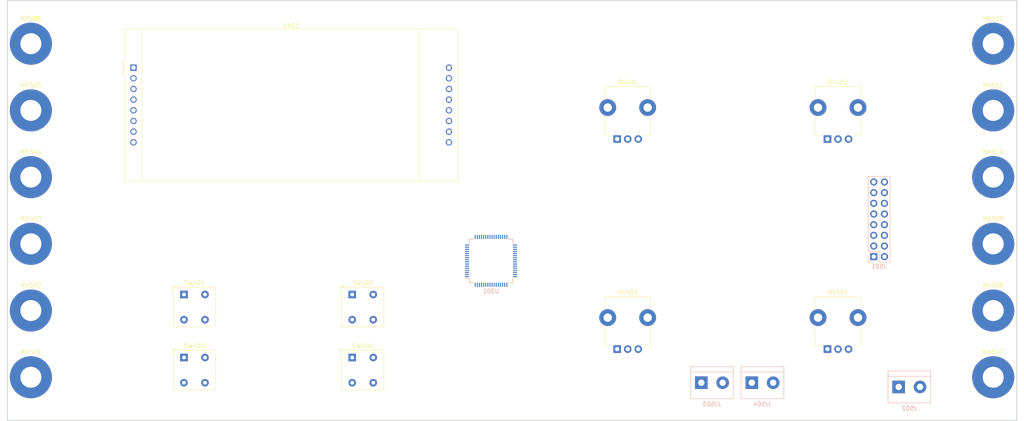
<source format=kicad_pcb>
(kicad_pcb (version 20171130) (host pcbnew "(2018-01-21 revision 81642dddd)-makepkg")

  (general
    (thickness 1.6)
    (drawings 4)
    (tracks 0)
    (zones 0)
    (modules 26)
    (nets 105)
  )

  (page A4)
  (layers
    (0 F.Cu signal)
    (31 B.Cu signal)
    (32 B.Adhes user)
    (33 F.Adhes user)
    (34 B.Paste user)
    (35 F.Paste user)
    (36 B.SilkS user)
    (37 F.SilkS user)
    (38 B.Mask user)
    (39 F.Mask user)
    (40 Dwgs.User user)
    (41 Cmts.User user)
    (42 Eco1.User user)
    (43 Eco2.User user)
    (44 Edge.Cuts user)
    (45 Margin user)
    (46 B.CrtYd user)
    (47 F.CrtYd user)
    (48 B.Fab user)
    (49 F.Fab user)
  )

  (setup
    (last_trace_width 0.25)
    (trace_clearance 0.2)
    (zone_clearance 0.508)
    (zone_45_only no)
    (trace_min 0.2)
    (segment_width 0.2)
    (edge_width 0.15)
    (via_size 0.8)
    (via_drill 0.4)
    (via_min_size 0.4)
    (via_min_drill 0.3)
    (uvia_size 0.3)
    (uvia_drill 0.1)
    (uvias_allowed no)
    (uvia_min_size 0.2)
    (uvia_min_drill 0.1)
    (pcb_text_width 0.3)
    (pcb_text_size 1.5 1.5)
    (mod_edge_width 0.15)
    (mod_text_size 1 1)
    (mod_text_width 0.15)
    (pad_size 1.524 1.524)
    (pad_drill 0.762)
    (pad_to_mask_clearance 0.2)
    (aux_axis_origin 0 0)
    (visible_elements 7FFFFFFF)
    (pcbplotparams
      (layerselection 0x010fc_ffffffff)
      (usegerberextensions false)
      (usegerberattributes false)
      (usegerberadvancedattributes false)
      (creategerberjobfile false)
      (excludeedgelayer true)
      (linewidth 0.100000)
      (plotframeref false)
      (viasonmask false)
      (mode 1)
      (useauxorigin false)
      (hpglpennumber 1)
      (hpglpenspeed 20)
      (hpglpendiameter 15)
      (psnegative false)
      (psa4output false)
      (plotreference true)
      (plotvalue true)
      (plotinvisibletext false)
      (padsonsilk false)
      (subtractmaskfromsilk false)
      (outputformat 1)
      (mirror false)
      (drillshape 1)
      (scaleselection 1)
      (outputdirectory ""))
  )

  (net 0 "")
  (net 1 /Connectors/GNDPWR)
  (net 2 /Connectors/+24V)
  (net 3 /Connectors/+3V3)
  (net 4 /Connectors/Spark_Voltage_0)
  (net 5 /Connectors/GND)
  (net 6 /Connectors/Spark_Voltage_1)
  (net 7 /Connectors/Spark_Voltage_2)
  (net 8 /Connectors/Spark_Voltage_Status)
  (net 9 /Connectors/Output_250V_Enable)
  (net 10 /Connectors/Output_20V_Enable)
  (net 11 /Connectors/Short_Circuit)
  (net 12 /Connectors/Breakdown)
  (net 13 /Connectors/Stepper_DIR)
  (net 14 /Connectors/Stepper_PUL)
  (net 15 /Connectors/Stepper_+5V)
  (net 16 /Connectors/Stepper_EN)
  (net 17 GND)
  (net 18 "/User Interface/POT_4")
  (net 19 +3V3)
  (net 20 "/User Interface/POT_3")
  (net 21 "/User Interface/POT_2")
  (net 22 "/User Interface/POT_1")
  (net 23 "Net-(U301-Pad1)")
  (net 24 "Net-(U301-Pad2)")
  (net 25 "Net-(U301-Pad3)")
  (net 26 "Net-(U301-Pad4)")
  (net 27 "Net-(U301-Pad5)")
  (net 28 "Net-(U301-Pad6)")
  (net 29 "Net-(U301-Pad7)")
  (net 30 "Net-(U301-Pad8)")
  (net 31 "Net-(U301-Pad9)")
  (net 32 "Net-(U301-Pad10)")
  (net 33 "Net-(U301-Pad11)")
  (net 34 "Net-(U301-Pad12)")
  (net 35 "Net-(U301-Pad13)")
  (net 36 "Net-(U301-Pad14)")
  (net 37 "Net-(U301-Pad15)")
  (net 38 "Net-(U301-Pad16)")
  (net 39 "Net-(U301-Pad17)")
  (net 40 "Net-(U301-Pad18)")
  (net 41 "Net-(U301-Pad19)")
  (net 42 "Net-(U301-Pad20)")
  (net 43 "Net-(U301-Pad21)")
  (net 44 "Net-(U301-Pad22)")
  (net 45 "Net-(U301-Pad23)")
  (net 46 "Net-(U301-Pad24)")
  (net 47 "Net-(U301-Pad25)")
  (net 48 "Net-(U301-Pad26)")
  (net 49 "Net-(U301-Pad27)")
  (net 50 "Net-(U301-Pad28)")
  (net 51 "Net-(U301-Pad29)")
  (net 52 "Net-(U301-Pad30)")
  (net 53 "Net-(U301-Pad31)")
  (net 54 "Net-(U301-Pad32)")
  (net 55 "Net-(U301-Pad33)")
  (net 56 "Net-(U301-Pad34)")
  (net 57 "Net-(U301-Pad35)")
  (net 58 "Net-(U301-Pad36)")
  (net 59 "Net-(U301-Pad37)")
  (net 60 "Net-(U301-Pad38)")
  (net 61 "Net-(U301-Pad39)")
  (net 62 "Net-(U301-Pad40)")
  (net 63 "Net-(U301-Pad41)")
  (net 64 "Net-(U301-Pad42)")
  (net 65 "Net-(U301-Pad43)")
  (net 66 "Net-(U301-Pad44)")
  (net 67 "Net-(U301-Pad45)")
  (net 68 "Net-(U301-Pad46)")
  (net 69 "Net-(U301-Pad47)")
  (net 70 "Net-(U301-Pad48)")
  (net 71 "Net-(U301-Pad49)")
  (net 72 "Net-(U301-Pad50)")
  (net 73 "Net-(U301-Pad51)")
  (net 74 "Net-(U301-Pad52)")
  (net 75 "Net-(U301-Pad53)")
  (net 76 "Net-(U301-Pad54)")
  (net 77 "Net-(U301-Pad55)")
  (net 78 "Net-(U301-Pad56)")
  (net 79 "Net-(U301-Pad57)")
  (net 80 "Net-(U301-Pad58)")
  (net 81 "Net-(U301-Pad59)")
  (net 82 "Net-(U301-Pad60)")
  (net 83 "Net-(U301-Pad61)")
  (net 84 "Net-(U301-Pad62)")
  (net 85 "Net-(U301-Pad63)")
  (net 86 "Net-(U301-Pad64)")
  (net 87 "/User Interface/LCD_V0")
  (net 88 "/User Interface/LCD_RS")
  (net 89 "/User Interface/LCD_RW")
  (net 90 "/User Interface/LCD_E")
  (net 91 "/User Interface/LCD_DB0")
  (net 92 "/User Interface/LCD_DB1")
  (net 93 "/User Interface/LCD_DB3")
  (net 94 "/User Interface/LCD_DB4")
  (net 95 "/User Interface/LCD_DB5")
  (net 96 "/User Interface/LCD_DB6")
  (net 97 "/User Interface/LCD_DB7")
  (net 98 "/User Interface/LCD_DB2")
  (net 99 "/User Interface/LCD_K")
  (net 100 "/User Interface/LCD_A")
  (net 101 "/User Interface/SW_1")
  (net 102 "/User Interface/SW_2")
  (net 103 "/User Interface/SW_3")
  (net 104 "/User Interface/SW_4")

  (net_class Default "This is the default net class."
    (clearance 0.2)
    (trace_width 0.25)
    (via_dia 0.8)
    (via_drill 0.4)
    (uvia_dia 0.3)
    (uvia_drill 0.1)
    (add_net +3V3)
    (add_net /Connectors/+24V)
    (add_net /Connectors/+3V3)
    (add_net /Connectors/Breakdown)
    (add_net /Connectors/GND)
    (add_net /Connectors/GNDPWR)
    (add_net /Connectors/Output_20V_Enable)
    (add_net /Connectors/Output_250V_Enable)
    (add_net /Connectors/Short_Circuit)
    (add_net /Connectors/Spark_Voltage_0)
    (add_net /Connectors/Spark_Voltage_1)
    (add_net /Connectors/Spark_Voltage_2)
    (add_net /Connectors/Spark_Voltage_Status)
    (add_net /Connectors/Stepper_+5V)
    (add_net /Connectors/Stepper_DIR)
    (add_net /Connectors/Stepper_EN)
    (add_net /Connectors/Stepper_PUL)
    (add_net "/User Interface/LCD_A")
    (add_net "/User Interface/LCD_DB0")
    (add_net "/User Interface/LCD_DB1")
    (add_net "/User Interface/LCD_DB2")
    (add_net "/User Interface/LCD_DB3")
    (add_net "/User Interface/LCD_DB4")
    (add_net "/User Interface/LCD_DB5")
    (add_net "/User Interface/LCD_DB6")
    (add_net "/User Interface/LCD_DB7")
    (add_net "/User Interface/LCD_E")
    (add_net "/User Interface/LCD_K")
    (add_net "/User Interface/LCD_RS")
    (add_net "/User Interface/LCD_RW")
    (add_net "/User Interface/LCD_V0")
    (add_net "/User Interface/POT_1")
    (add_net "/User Interface/POT_2")
    (add_net "/User Interface/POT_3")
    (add_net "/User Interface/POT_4")
    (add_net "/User Interface/SW_1")
    (add_net "/User Interface/SW_2")
    (add_net "/User Interface/SW_3")
    (add_net "/User Interface/SW_4")
    (add_net GND)
    (add_net "Net-(U301-Pad1)")
    (add_net "Net-(U301-Pad10)")
    (add_net "Net-(U301-Pad11)")
    (add_net "Net-(U301-Pad12)")
    (add_net "Net-(U301-Pad13)")
    (add_net "Net-(U301-Pad14)")
    (add_net "Net-(U301-Pad15)")
    (add_net "Net-(U301-Pad16)")
    (add_net "Net-(U301-Pad17)")
    (add_net "Net-(U301-Pad18)")
    (add_net "Net-(U301-Pad19)")
    (add_net "Net-(U301-Pad2)")
    (add_net "Net-(U301-Pad20)")
    (add_net "Net-(U301-Pad21)")
    (add_net "Net-(U301-Pad22)")
    (add_net "Net-(U301-Pad23)")
    (add_net "Net-(U301-Pad24)")
    (add_net "Net-(U301-Pad25)")
    (add_net "Net-(U301-Pad26)")
    (add_net "Net-(U301-Pad27)")
    (add_net "Net-(U301-Pad28)")
    (add_net "Net-(U301-Pad29)")
    (add_net "Net-(U301-Pad3)")
    (add_net "Net-(U301-Pad30)")
    (add_net "Net-(U301-Pad31)")
    (add_net "Net-(U301-Pad32)")
    (add_net "Net-(U301-Pad33)")
    (add_net "Net-(U301-Pad34)")
    (add_net "Net-(U301-Pad35)")
    (add_net "Net-(U301-Pad36)")
    (add_net "Net-(U301-Pad37)")
    (add_net "Net-(U301-Pad38)")
    (add_net "Net-(U301-Pad39)")
    (add_net "Net-(U301-Pad4)")
    (add_net "Net-(U301-Pad40)")
    (add_net "Net-(U301-Pad41)")
    (add_net "Net-(U301-Pad42)")
    (add_net "Net-(U301-Pad43)")
    (add_net "Net-(U301-Pad44)")
    (add_net "Net-(U301-Pad45)")
    (add_net "Net-(U301-Pad46)")
    (add_net "Net-(U301-Pad47)")
    (add_net "Net-(U301-Pad48)")
    (add_net "Net-(U301-Pad49)")
    (add_net "Net-(U301-Pad5)")
    (add_net "Net-(U301-Pad50)")
    (add_net "Net-(U301-Pad51)")
    (add_net "Net-(U301-Pad52)")
    (add_net "Net-(U301-Pad53)")
    (add_net "Net-(U301-Pad54)")
    (add_net "Net-(U301-Pad55)")
    (add_net "Net-(U301-Pad56)")
    (add_net "Net-(U301-Pad57)")
    (add_net "Net-(U301-Pad58)")
    (add_net "Net-(U301-Pad59)")
    (add_net "Net-(U301-Pad6)")
    (add_net "Net-(U301-Pad60)")
    (add_net "Net-(U301-Pad61)")
    (add_net "Net-(U301-Pad62)")
    (add_net "Net-(U301-Pad63)")
    (add_net "Net-(U301-Pad64)")
    (add_net "Net-(U301-Pad7)")
    (add_net "Net-(U301-Pad8)")
    (add_net "Net-(U301-Pad9)")
  )

  (module Package_QFP:LQFP-64_10x10mm_P0.5mm (layer B.Cu) (tedit 5A02F146) (tstamp 5A87B9D1)
    (at 115 -38)
    (descr "64 LEAD LQFP 10x10mm (see MICREL LQFP10x10-64LD-PL-1.pdf)")
    (tags "QFP 0.5")
    (path /5A95285C/5A8A1ADB)
    (attr smd)
    (fp_text reference U301 (at 0 7.2) (layer B.SilkS)
      (effects (font (size 1 1) (thickness 0.15)) (justify mirror))
    )
    (fp_text value STM32F722RETx (at 0 -7.2) (layer B.Fab)
      (effects (font (size 1 1) (thickness 0.15)) (justify mirror))
    )
    (fp_text user %R (at 0 0) (layer B.Fab)
      (effects (font (size 1 1) (thickness 0.15)) (justify mirror))
    )
    (fp_line (start -4 5) (end 5 5) (layer B.Fab) (width 0.15))
    (fp_line (start 5 5) (end 5 -5) (layer B.Fab) (width 0.15))
    (fp_line (start 5 -5) (end -5 -5) (layer B.Fab) (width 0.15))
    (fp_line (start -5 -5) (end -5 4) (layer B.Fab) (width 0.15))
    (fp_line (start -5 4) (end -4 5) (layer B.Fab) (width 0.15))
    (fp_line (start -6.45 6.45) (end -6.45 -6.45) (layer B.CrtYd) (width 0.05))
    (fp_line (start 6.45 6.45) (end 6.45 -6.45) (layer B.CrtYd) (width 0.05))
    (fp_line (start -6.45 6.45) (end 6.45 6.45) (layer B.CrtYd) (width 0.05))
    (fp_line (start -6.45 -6.45) (end 6.45 -6.45) (layer B.CrtYd) (width 0.05))
    (fp_line (start -5.175 5.175) (end -5.175 4.175) (layer B.SilkS) (width 0.15))
    (fp_line (start 5.175 5.175) (end 5.175 4.1) (layer B.SilkS) (width 0.15))
    (fp_line (start 5.175 -5.175) (end 5.175 -4.1) (layer B.SilkS) (width 0.15))
    (fp_line (start -5.175 -5.175) (end -5.175 -4.1) (layer B.SilkS) (width 0.15))
    (fp_line (start -5.175 5.175) (end -4.1 5.175) (layer B.SilkS) (width 0.15))
    (fp_line (start -5.175 -5.175) (end -4.1 -5.175) (layer B.SilkS) (width 0.15))
    (fp_line (start 5.175 -5.175) (end 4.1 -5.175) (layer B.SilkS) (width 0.15))
    (fp_line (start 5.175 5.175) (end 4.1 5.175) (layer B.SilkS) (width 0.15))
    (fp_line (start -5.175 4.175) (end -6.2 4.175) (layer B.SilkS) (width 0.15))
    (pad 1 smd rect (at -5.7 3.75) (size 1 0.25) (layers B.Cu B.Paste B.Mask)
      (net 23 "Net-(U301-Pad1)"))
    (pad 2 smd rect (at -5.7 3.25) (size 1 0.25) (layers B.Cu B.Paste B.Mask)
      (net 24 "Net-(U301-Pad2)"))
    (pad 3 smd rect (at -5.7 2.75) (size 1 0.25) (layers B.Cu B.Paste B.Mask)
      (net 25 "Net-(U301-Pad3)"))
    (pad 4 smd rect (at -5.7 2.25) (size 1 0.25) (layers B.Cu B.Paste B.Mask)
      (net 26 "Net-(U301-Pad4)"))
    (pad 5 smd rect (at -5.7 1.75) (size 1 0.25) (layers B.Cu B.Paste B.Mask)
      (net 27 "Net-(U301-Pad5)"))
    (pad 6 smd rect (at -5.7 1.25) (size 1 0.25) (layers B.Cu B.Paste B.Mask)
      (net 28 "Net-(U301-Pad6)"))
    (pad 7 smd rect (at -5.7 0.75) (size 1 0.25) (layers B.Cu B.Paste B.Mask)
      (net 29 "Net-(U301-Pad7)"))
    (pad 8 smd rect (at -5.7 0.25) (size 1 0.25) (layers B.Cu B.Paste B.Mask)
      (net 30 "Net-(U301-Pad8)"))
    (pad 9 smd rect (at -5.7 -0.25) (size 1 0.25) (layers B.Cu B.Paste B.Mask)
      (net 31 "Net-(U301-Pad9)"))
    (pad 10 smd rect (at -5.7 -0.75) (size 1 0.25) (layers B.Cu B.Paste B.Mask)
      (net 32 "Net-(U301-Pad10)"))
    (pad 11 smd rect (at -5.7 -1.25) (size 1 0.25) (layers B.Cu B.Paste B.Mask)
      (net 33 "Net-(U301-Pad11)"))
    (pad 12 smd rect (at -5.7 -1.75) (size 1 0.25) (layers B.Cu B.Paste B.Mask)
      (net 34 "Net-(U301-Pad12)"))
    (pad 13 smd rect (at -5.7 -2.25) (size 1 0.25) (layers B.Cu B.Paste B.Mask)
      (net 35 "Net-(U301-Pad13)"))
    (pad 14 smd rect (at -5.7 -2.75) (size 1 0.25) (layers B.Cu B.Paste B.Mask)
      (net 36 "Net-(U301-Pad14)"))
    (pad 15 smd rect (at -5.7 -3.25) (size 1 0.25) (layers B.Cu B.Paste B.Mask)
      (net 37 "Net-(U301-Pad15)"))
    (pad 16 smd rect (at -5.7 -3.75) (size 1 0.25) (layers B.Cu B.Paste B.Mask)
      (net 38 "Net-(U301-Pad16)"))
    (pad 17 smd rect (at -3.75 -5.7 270) (size 1 0.25) (layers B.Cu B.Paste B.Mask)
      (net 39 "Net-(U301-Pad17)"))
    (pad 18 smd rect (at -3.25 -5.7 270) (size 1 0.25) (layers B.Cu B.Paste B.Mask)
      (net 40 "Net-(U301-Pad18)"))
    (pad 19 smd rect (at -2.75 -5.7 270) (size 1 0.25) (layers B.Cu B.Paste B.Mask)
      (net 41 "Net-(U301-Pad19)"))
    (pad 20 smd rect (at -2.25 -5.7 270) (size 1 0.25) (layers B.Cu B.Paste B.Mask)
      (net 42 "Net-(U301-Pad20)"))
    (pad 21 smd rect (at -1.75 -5.7 270) (size 1 0.25) (layers B.Cu B.Paste B.Mask)
      (net 43 "Net-(U301-Pad21)"))
    (pad 22 smd rect (at -1.25 -5.7 270) (size 1 0.25) (layers B.Cu B.Paste B.Mask)
      (net 44 "Net-(U301-Pad22)"))
    (pad 23 smd rect (at -0.75 -5.7 270) (size 1 0.25) (layers B.Cu B.Paste B.Mask)
      (net 45 "Net-(U301-Pad23)"))
    (pad 24 smd rect (at -0.25 -5.7 270) (size 1 0.25) (layers B.Cu B.Paste B.Mask)
      (net 46 "Net-(U301-Pad24)"))
    (pad 25 smd rect (at 0.25 -5.7 270) (size 1 0.25) (layers B.Cu B.Paste B.Mask)
      (net 47 "Net-(U301-Pad25)"))
    (pad 26 smd rect (at 0.75 -5.7 270) (size 1 0.25) (layers B.Cu B.Paste B.Mask)
      (net 48 "Net-(U301-Pad26)"))
    (pad 27 smd rect (at 1.25 -5.7 270) (size 1 0.25) (layers B.Cu B.Paste B.Mask)
      (net 49 "Net-(U301-Pad27)"))
    (pad 28 smd rect (at 1.75 -5.7 270) (size 1 0.25) (layers B.Cu B.Paste B.Mask)
      (net 50 "Net-(U301-Pad28)"))
    (pad 29 smd rect (at 2.25 -5.7 270) (size 1 0.25) (layers B.Cu B.Paste B.Mask)
      (net 51 "Net-(U301-Pad29)"))
    (pad 30 smd rect (at 2.75 -5.7 270) (size 1 0.25) (layers B.Cu B.Paste B.Mask)
      (net 52 "Net-(U301-Pad30)"))
    (pad 31 smd rect (at 3.25 -5.7 270) (size 1 0.25) (layers B.Cu B.Paste B.Mask)
      (net 53 "Net-(U301-Pad31)"))
    (pad 32 smd rect (at 3.75 -5.7 270) (size 1 0.25) (layers B.Cu B.Paste B.Mask)
      (net 54 "Net-(U301-Pad32)"))
    (pad 33 smd rect (at 5.7 -3.75) (size 1 0.25) (layers B.Cu B.Paste B.Mask)
      (net 55 "Net-(U301-Pad33)"))
    (pad 34 smd rect (at 5.7 -3.25) (size 1 0.25) (layers B.Cu B.Paste B.Mask)
      (net 56 "Net-(U301-Pad34)"))
    (pad 35 smd rect (at 5.7 -2.75) (size 1 0.25) (layers B.Cu B.Paste B.Mask)
      (net 57 "Net-(U301-Pad35)"))
    (pad 36 smd rect (at 5.7 -2.25) (size 1 0.25) (layers B.Cu B.Paste B.Mask)
      (net 58 "Net-(U301-Pad36)"))
    (pad 37 smd rect (at 5.7 -1.75) (size 1 0.25) (layers B.Cu B.Paste B.Mask)
      (net 59 "Net-(U301-Pad37)"))
    (pad 38 smd rect (at 5.7 -1.25) (size 1 0.25) (layers B.Cu B.Paste B.Mask)
      (net 60 "Net-(U301-Pad38)"))
    (pad 39 smd rect (at 5.7 -0.75) (size 1 0.25) (layers B.Cu B.Paste B.Mask)
      (net 61 "Net-(U301-Pad39)"))
    (pad 40 smd rect (at 5.7 -0.25) (size 1 0.25) (layers B.Cu B.Paste B.Mask)
      (net 62 "Net-(U301-Pad40)"))
    (pad 41 smd rect (at 5.7 0.25) (size 1 0.25) (layers B.Cu B.Paste B.Mask)
      (net 63 "Net-(U301-Pad41)"))
    (pad 42 smd rect (at 5.7 0.75) (size 1 0.25) (layers B.Cu B.Paste B.Mask)
      (net 64 "Net-(U301-Pad42)"))
    (pad 43 smd rect (at 5.7 1.25) (size 1 0.25) (layers B.Cu B.Paste B.Mask)
      (net 65 "Net-(U301-Pad43)"))
    (pad 44 smd rect (at 5.7 1.75) (size 1 0.25) (layers B.Cu B.Paste B.Mask)
      (net 66 "Net-(U301-Pad44)"))
    (pad 45 smd rect (at 5.7 2.25) (size 1 0.25) (layers B.Cu B.Paste B.Mask)
      (net 67 "Net-(U301-Pad45)"))
    (pad 46 smd rect (at 5.7 2.75) (size 1 0.25) (layers B.Cu B.Paste B.Mask)
      (net 68 "Net-(U301-Pad46)"))
    (pad 47 smd rect (at 5.7 3.25) (size 1 0.25) (layers B.Cu B.Paste B.Mask)
      (net 69 "Net-(U301-Pad47)"))
    (pad 48 smd rect (at 5.7 3.75) (size 1 0.25) (layers B.Cu B.Paste B.Mask)
      (net 70 "Net-(U301-Pad48)"))
    (pad 49 smd rect (at 3.75 5.7 270) (size 1 0.25) (layers B.Cu B.Paste B.Mask)
      (net 71 "Net-(U301-Pad49)"))
    (pad 50 smd rect (at 3.25 5.7 270) (size 1 0.25) (layers B.Cu B.Paste B.Mask)
      (net 72 "Net-(U301-Pad50)"))
    (pad 51 smd rect (at 2.75 5.7 270) (size 1 0.25) (layers B.Cu B.Paste B.Mask)
      (net 73 "Net-(U301-Pad51)"))
    (pad 52 smd rect (at 2.25 5.7 270) (size 1 0.25) (layers B.Cu B.Paste B.Mask)
      (net 74 "Net-(U301-Pad52)"))
    (pad 53 smd rect (at 1.75 5.7 270) (size 1 0.25) (layers B.Cu B.Paste B.Mask)
      (net 75 "Net-(U301-Pad53)"))
    (pad 54 smd rect (at 1.25 5.7 270) (size 1 0.25) (layers B.Cu B.Paste B.Mask)
      (net 76 "Net-(U301-Pad54)"))
    (pad 55 smd rect (at 0.75 5.7 270) (size 1 0.25) (layers B.Cu B.Paste B.Mask)
      (net 77 "Net-(U301-Pad55)"))
    (pad 56 smd rect (at 0.25 5.7 270) (size 1 0.25) (layers B.Cu B.Paste B.Mask)
      (net 78 "Net-(U301-Pad56)"))
    (pad 57 smd rect (at -0.25 5.7 270) (size 1 0.25) (layers B.Cu B.Paste B.Mask)
      (net 79 "Net-(U301-Pad57)"))
    (pad 58 smd rect (at -0.75 5.7 270) (size 1 0.25) (layers B.Cu B.Paste B.Mask)
      (net 80 "Net-(U301-Pad58)"))
    (pad 59 smd rect (at -1.25 5.7 270) (size 1 0.25) (layers B.Cu B.Paste B.Mask)
      (net 81 "Net-(U301-Pad59)"))
    (pad 60 smd rect (at -1.75 5.7 270) (size 1 0.25) (layers B.Cu B.Paste B.Mask)
      (net 82 "Net-(U301-Pad60)"))
    (pad 61 smd rect (at -2.25 5.7 270) (size 1 0.25) (layers B.Cu B.Paste B.Mask)
      (net 83 "Net-(U301-Pad61)"))
    (pad 62 smd rect (at -2.75 5.7 270) (size 1 0.25) (layers B.Cu B.Paste B.Mask)
      (net 84 "Net-(U301-Pad62)"))
    (pad 63 smd rect (at -3.25 5.7 270) (size 1 0.25) (layers B.Cu B.Paste B.Mask)
      (net 85 "Net-(U301-Pad63)"))
    (pad 64 smd rect (at -3.75 5.7 270) (size 1 0.25) (layers B.Cu B.Paste B.Mask)
      (net 86 "Net-(U301-Pad64)"))
    (model ${KISYS3DMOD}/Package_QFP.3dshapes/LQFP-64_10x10mm_P0.5mm.wrl
      (at (xyz 0 0 0))
      (scale (xyz 1 1 1))
      (rotate (xyz 0 0 0))
    )
  )

  (module Button_Switch_THT:SW_PUSH_CK_PVA1 (layer F.Cu) (tedit 5A873D11) (tstamp 5A87AB22)
    (at 82 -15)
    (descr "tactile push button, C&K PVA1 https://www.ckswitches.com/media/1343/pva.pdf")
    (tags "tact sw push PVA1")
    (path /5A95285F/5A8935EB)
    (fp_text reference SW404 (at 2.5 -2.75) (layer F.SilkS)
      (effects (font (size 1 1) (thickness 0.15)))
    )
    (fp_text value SW_Push (at 2.5 9) (layer F.Fab)
      (effects (font (size 1 1) (thickness 0.15)))
    )
    (fp_line (start -1.77 -1.97) (end -2.77 -1.97) (layer F.SilkS) (width 0.12))
    (fp_line (start -2.4 -0.6) (end -1.4 -1.6) (layer F.Fab) (width 0.1))
    (fp_line (start -2.77 -0.97) (end -2.77 -1.97) (layer F.SilkS) (width 0.12))
    (fp_line (start -2.65 7.85) (end 7.65 7.85) (layer F.CrtYd) (width 0.05))
    (fp_line (start -2.52 7.72) (end -2.52 -1.72) (layer F.SilkS) (width 0.12))
    (fp_line (start 7.52 7.72) (end -2.52 7.72) (layer F.SilkS) (width 0.12))
    (fp_line (start 7.52 7.72) (end 7.52 -1.72) (layer F.SilkS) (width 0.12))
    (fp_line (start 7.52 -1.72) (end -2.52 -1.72) (layer F.SilkS) (width 0.12))
    (fp_line (start 7.65 -1.85) (end 7.65 7.85) (layer F.CrtYd) (width 0.05))
    (fp_line (start -2.65 7.85) (end -2.65 -1.85) (layer F.CrtYd) (width 0.05))
    (fp_line (start -2.65 -1.85) (end 7.65 -1.85) (layer F.CrtYd) (width 0.05))
    (fp_line (start -1.4 -1.6) (end 7.4 -1.6) (layer F.Fab) (width 0.1))
    (fp_line (start -2.4 7.6) (end -2.4 -0.6) (layer F.Fab) (width 0.1))
    (fp_line (start 7.4 7.6) (end -2.4 7.6) (layer F.Fab) (width 0.1))
    (fp_line (start 7.4 -1.6) (end 7.4 7.6) (layer F.Fab) (width 0.1))
    (fp_text user %R (at 2.5 3) (layer F.Fab)
      (effects (font (size 1 1) (thickness 0.15)))
    )
    (pad 2 thru_hole circle (at 5 0 90) (size 1.8 1.8) (drill 0.9) (layers *.Cu *.Mask)
      (net 17 GND))
    (pad 4 thru_hole circle (at 5 6 90) (size 1.8 1.8) (drill 0.9) (layers *.Cu *.Mask))
    (pad 1 thru_hole rect (at 0 0 90) (size 1.8 1.8) (drill 0.9) (layers *.Cu *.Mask)
      (net 104 "/User Interface/SW_4"))
    (pad 3 thru_hole circle (at 0 6 90) (size 1.8 1.8) (drill 0.9) (layers *.Cu *.Mask))
    (model ${KISYS3DMOD}/Button_Switch_THT.3dshapes/SW_PUSH_CK_PVA1.wrl
      (offset (xyz 2.5 -3 9))
      (scale (xyz 1 1 1))
      (rotate (xyz 0 0 0))
    )
  )

  (module Button_Switch_THT:SW_PUSH_CK_PVA1 (layer F.Cu) (tedit 5A873D11) (tstamp 5A87AB0A)
    (at 42 -15)
    (descr "tactile push button, C&K PVA1 https://www.ckswitches.com/media/1343/pva.pdf")
    (tags "tact sw push PVA1")
    (path /5A95285F/5A893559)
    (fp_text reference SW403 (at 2.5 -2.75) (layer F.SilkS)
      (effects (font (size 1 1) (thickness 0.15)))
    )
    (fp_text value SW_Push (at 2.5 9) (layer F.Fab)
      (effects (font (size 1 1) (thickness 0.15)))
    )
    (fp_text user %R (at 2.5 3) (layer F.Fab)
      (effects (font (size 1 1) (thickness 0.15)))
    )
    (fp_line (start 7.4 -1.6) (end 7.4 7.6) (layer F.Fab) (width 0.1))
    (fp_line (start 7.4 7.6) (end -2.4 7.6) (layer F.Fab) (width 0.1))
    (fp_line (start -2.4 7.6) (end -2.4 -0.6) (layer F.Fab) (width 0.1))
    (fp_line (start -1.4 -1.6) (end 7.4 -1.6) (layer F.Fab) (width 0.1))
    (fp_line (start -2.65 -1.85) (end 7.65 -1.85) (layer F.CrtYd) (width 0.05))
    (fp_line (start -2.65 7.85) (end -2.65 -1.85) (layer F.CrtYd) (width 0.05))
    (fp_line (start 7.65 -1.85) (end 7.65 7.85) (layer F.CrtYd) (width 0.05))
    (fp_line (start 7.52 -1.72) (end -2.52 -1.72) (layer F.SilkS) (width 0.12))
    (fp_line (start 7.52 7.72) (end 7.52 -1.72) (layer F.SilkS) (width 0.12))
    (fp_line (start 7.52 7.72) (end -2.52 7.72) (layer F.SilkS) (width 0.12))
    (fp_line (start -2.52 7.72) (end -2.52 -1.72) (layer F.SilkS) (width 0.12))
    (fp_line (start -2.65 7.85) (end 7.65 7.85) (layer F.CrtYd) (width 0.05))
    (fp_line (start -2.77 -0.97) (end -2.77 -1.97) (layer F.SilkS) (width 0.12))
    (fp_line (start -2.4 -0.6) (end -1.4 -1.6) (layer F.Fab) (width 0.1))
    (fp_line (start -1.77 -1.97) (end -2.77 -1.97) (layer F.SilkS) (width 0.12))
    (pad 3 thru_hole circle (at 0 6 90) (size 1.8 1.8) (drill 0.9) (layers *.Cu *.Mask))
    (pad 1 thru_hole rect (at 0 0 90) (size 1.8 1.8) (drill 0.9) (layers *.Cu *.Mask)
      (net 103 "/User Interface/SW_3"))
    (pad 4 thru_hole circle (at 5 6 90) (size 1.8 1.8) (drill 0.9) (layers *.Cu *.Mask))
    (pad 2 thru_hole circle (at 5 0 90) (size 1.8 1.8) (drill 0.9) (layers *.Cu *.Mask)
      (net 17 GND))
    (model ${KISYS3DMOD}/Button_Switch_THT.3dshapes/SW_PUSH_CK_PVA1.wrl
      (offset (xyz 2.5 -3 9))
      (scale (xyz 1 1 1))
      (rotate (xyz 0 0 0))
    )
  )

  (module Button_Switch_THT:SW_PUSH_CK_PVA1 (layer F.Cu) (tedit 5A873D11) (tstamp 5A87AAF2)
    (at 82 -30)
    (descr "tactile push button, C&K PVA1 https://www.ckswitches.com/media/1343/pva.pdf")
    (tags "tact sw push PVA1")
    (path /5A95285F/5A8935E5)
    (fp_text reference SW402 (at 2.5 -2.75) (layer F.SilkS)
      (effects (font (size 1 1) (thickness 0.15)))
    )
    (fp_text value SW_Push (at 2.5 9) (layer F.Fab)
      (effects (font (size 1 1) (thickness 0.15)))
    )
    (fp_line (start -1.77 -1.97) (end -2.77 -1.97) (layer F.SilkS) (width 0.12))
    (fp_line (start -2.4 -0.6) (end -1.4 -1.6) (layer F.Fab) (width 0.1))
    (fp_line (start -2.77 -0.97) (end -2.77 -1.97) (layer F.SilkS) (width 0.12))
    (fp_line (start -2.65 7.85) (end 7.65 7.85) (layer F.CrtYd) (width 0.05))
    (fp_line (start -2.52 7.72) (end -2.52 -1.72) (layer F.SilkS) (width 0.12))
    (fp_line (start 7.52 7.72) (end -2.52 7.72) (layer F.SilkS) (width 0.12))
    (fp_line (start 7.52 7.72) (end 7.52 -1.72) (layer F.SilkS) (width 0.12))
    (fp_line (start 7.52 -1.72) (end -2.52 -1.72) (layer F.SilkS) (width 0.12))
    (fp_line (start 7.65 -1.85) (end 7.65 7.85) (layer F.CrtYd) (width 0.05))
    (fp_line (start -2.65 7.85) (end -2.65 -1.85) (layer F.CrtYd) (width 0.05))
    (fp_line (start -2.65 -1.85) (end 7.65 -1.85) (layer F.CrtYd) (width 0.05))
    (fp_line (start -1.4 -1.6) (end 7.4 -1.6) (layer F.Fab) (width 0.1))
    (fp_line (start -2.4 7.6) (end -2.4 -0.6) (layer F.Fab) (width 0.1))
    (fp_line (start 7.4 7.6) (end -2.4 7.6) (layer F.Fab) (width 0.1))
    (fp_line (start 7.4 -1.6) (end 7.4 7.6) (layer F.Fab) (width 0.1))
    (fp_text user %R (at 2.5 3) (layer F.Fab)
      (effects (font (size 1 1) (thickness 0.15)))
    )
    (pad 2 thru_hole circle (at 5 0 90) (size 1.8 1.8) (drill 0.9) (layers *.Cu *.Mask)
      (net 17 GND))
    (pad 4 thru_hole circle (at 5 6 90) (size 1.8 1.8) (drill 0.9) (layers *.Cu *.Mask))
    (pad 1 thru_hole rect (at 0 0 90) (size 1.8 1.8) (drill 0.9) (layers *.Cu *.Mask)
      (net 102 "/User Interface/SW_2"))
    (pad 3 thru_hole circle (at 0 6 90) (size 1.8 1.8) (drill 0.9) (layers *.Cu *.Mask))
    (model ${KISYS3DMOD}/Button_Switch_THT.3dshapes/SW_PUSH_CK_PVA1.wrl
      (offset (xyz 2.5 -3 9))
      (scale (xyz 1 1 1))
      (rotate (xyz 0 0 0))
    )
  )

  (module Button_Switch_THT:SW_PUSH_CK_PVA1 (layer F.Cu) (tedit 5A873D11) (tstamp 5A87AADA)
    (at 42 -30)
    (descr "tactile push button, C&K PVA1 https://www.ckswitches.com/media/1343/pva.pdf")
    (tags "tact sw push PVA1")
    (path /5A95285F/5A893485)
    (fp_text reference SW401 (at 2.5 -2.75) (layer F.SilkS)
      (effects (font (size 1 1) (thickness 0.15)))
    )
    (fp_text value SW_Push (at 2.5 9) (layer F.Fab)
      (effects (font (size 1 1) (thickness 0.15)))
    )
    (fp_text user %R (at 2.5 3) (layer F.Fab)
      (effects (font (size 1 1) (thickness 0.15)))
    )
    (fp_line (start 7.4 -1.6) (end 7.4 7.6) (layer F.Fab) (width 0.1))
    (fp_line (start 7.4 7.6) (end -2.4 7.6) (layer F.Fab) (width 0.1))
    (fp_line (start -2.4 7.6) (end -2.4 -0.6) (layer F.Fab) (width 0.1))
    (fp_line (start -1.4 -1.6) (end 7.4 -1.6) (layer F.Fab) (width 0.1))
    (fp_line (start -2.65 -1.85) (end 7.65 -1.85) (layer F.CrtYd) (width 0.05))
    (fp_line (start -2.65 7.85) (end -2.65 -1.85) (layer F.CrtYd) (width 0.05))
    (fp_line (start 7.65 -1.85) (end 7.65 7.85) (layer F.CrtYd) (width 0.05))
    (fp_line (start 7.52 -1.72) (end -2.52 -1.72) (layer F.SilkS) (width 0.12))
    (fp_line (start 7.52 7.72) (end 7.52 -1.72) (layer F.SilkS) (width 0.12))
    (fp_line (start 7.52 7.72) (end -2.52 7.72) (layer F.SilkS) (width 0.12))
    (fp_line (start -2.52 7.72) (end -2.52 -1.72) (layer F.SilkS) (width 0.12))
    (fp_line (start -2.65 7.85) (end 7.65 7.85) (layer F.CrtYd) (width 0.05))
    (fp_line (start -2.77 -0.97) (end -2.77 -1.97) (layer F.SilkS) (width 0.12))
    (fp_line (start -2.4 -0.6) (end -1.4 -1.6) (layer F.Fab) (width 0.1))
    (fp_line (start -1.77 -1.97) (end -2.77 -1.97) (layer F.SilkS) (width 0.12))
    (pad 3 thru_hole circle (at 0 6 90) (size 1.8 1.8) (drill 0.9) (layers *.Cu *.Mask))
    (pad 1 thru_hole rect (at 0 0 90) (size 1.8 1.8) (drill 0.9) (layers *.Cu *.Mask)
      (net 101 "/User Interface/SW_1"))
    (pad 4 thru_hole circle (at 5 6 90) (size 1.8 1.8) (drill 0.9) (layers *.Cu *.Mask))
    (pad 2 thru_hole circle (at 5 0 90) (size 1.8 1.8) (drill 0.9) (layers *.Cu *.Mask)
      (net 17 GND))
    (model ${KISYS3DMOD}/Button_Switch_THT.3dshapes/SW_PUSH_CK_PVA1.wrl
      (offset (xyz 2.5 -3 9))
      (scale (xyz 1 1 1))
      (rotate (xyz 0 0 0))
    )
  )

  (module Potentiometer_THT:Potentiometer_TT_P0915N (layer F.Cu) (tedit 5A873D33) (tstamp 5A8799BF)
    (at 145 -67)
    (descr http://www.ttelectronics.com/sites/default/files/download-files/Datasheet_PanelPot_P09xSeries.pdf)
    (tags "potentiometer vertical TT P0915N single")
    (path /5A95285F/5A8932B6)
    (fp_text reference RV401 (at 2.5 -13.5) (layer F.SilkS)
      (effects (font (size 1 1) (thickness 0.15)))
    )
    (fp_text value POT (at 2.5 2) (layer F.Fab)
      (effects (font (size 1 1) (thickness 0.15)))
    )
    (fp_line (start 7.97 -12.47) (end 7.97 -9.75) (layer F.SilkS) (width 0.12))
    (fp_line (start 7.97 -5.25) (end 7.97 -0.88) (layer F.SilkS) (width 0.12))
    (fp_line (start -2.97 -5.25) (end -2.97 -0.88) (layer F.SilkS) (width 0.12))
    (fp_line (start 9.5 -5.25) (end 9.5 -9.75) (layer F.CrtYd) (width 0.05))
    (fp_line (start 9.5 -5.25) (end 8.1 -5.25) (layer F.CrtYd) (width 0.05))
    (fp_line (start 9.5 -9.75) (end 8.1 -9.75) (layer F.CrtYd) (width 0.05))
    (fp_line (start 8.1 -9.75) (end 8.1 -12.6) (layer F.CrtYd) (width 0.05))
    (fp_line (start 8.1 -0.75) (end 8.1 -5.25) (layer F.CrtYd) (width 0.05))
    (fp_line (start -3.1 -5.25) (end -4.5 -5.25) (layer F.CrtYd) (width 0.05))
    (fp_line (start -3.1 -0.75) (end -3.1 -5.25) (layer F.CrtYd) (width 0.05))
    (fp_line (start -4.5 -5.25) (end -4.5 -9.75) (layer F.CrtYd) (width 0.05))
    (fp_line (start -3.1 -9.75) (end -4.5 -9.75) (layer F.CrtYd) (width 0.05))
    (fp_line (start 6.15 1.15) (end -1.15 1.15) (layer F.CrtYd) (width 0.05))
    (fp_line (start -1.15 1.15) (end -1.15 -0.75) (layer F.CrtYd) (width 0.05))
    (fp_line (start -1.15 -0.75) (end -3.1 -0.75) (layer F.CrtYd) (width 0.05))
    (fp_line (start 6.15 1.15) (end 6.15 -0.75) (layer F.CrtYd) (width 0.05))
    (fp_line (start -1.15 -0.88) (end -2.97 -0.88) (layer F.SilkS) (width 0.12))
    (fp_text user %R (at 2.5 -7.5) (layer F.Fab)
      (effects (font (size 1 1) (thickness 0.15)))
    )
    (fp_line (start 7.85 -12.35) (end 7.85 -1) (layer F.Fab) (width 0.1))
    (fp_line (start 7.85 -1) (end -2.85 -1) (layer F.Fab) (width 0.1))
    (fp_line (start -2.85 -1) (end -2.85 -12.35) (layer F.Fab) (width 0.1))
    (fp_line (start -2.85 -12.35) (end 7.85 -12.35) (layer F.Fab) (width 0.1))
    (fp_circle (center 2.5 -7.5) (end 5.5 -7.5) (layer F.Fab) (width 0.12))
    (fp_line (start 7.97 -12.47) (end -2.97 -12.47) (layer F.SilkS) (width 0.12))
    (fp_line (start -2.97 -12.47) (end -2.97 -9.75) (layer F.SilkS) (width 0.12))
    (fp_line (start 7.97 -0.88) (end 6.15 -0.88) (layer F.SilkS) (width 0.12))
    (fp_line (start -3.1 -12.6) (end 8.1 -12.6) (layer F.CrtYd) (width 0.05))
    (fp_line (start 8.1 -0.75) (end 6.15 -0.75) (layer F.CrtYd) (width 0.05))
    (fp_line (start -3.1 -9.75) (end -3.1 -12.6) (layer F.CrtYd) (width 0.05))
    (pad 1 thru_hole rect (at 0 0) (size 1.8 1.8) (drill 1) (layers *.Cu *.Mask)
      (net 19 +3V3))
    (pad 2 thru_hole circle (at 2.5 0) (size 1.8 1.8) (drill 1) (layers *.Cu *.Mask)
      (net 22 "/User Interface/POT_1"))
    (pad 3 thru_hole circle (at 5 0) (size 1.8 1.8) (drill 1) (layers *.Cu *.Mask)
      (net 17 GND))
    (pad "" thru_hole oval (at -2.25 -7.5) (size 4 4) (drill 2) (layers *.Cu *.Mask))
    (pad "" thru_hole oval (at 7.25 -7.5) (size 4 4) (drill 2) (layers *.Cu *.Mask))
    (model ${KISYS3DMOD}/Potentiometer_THT.3dshapes/Potentiometer_TT_P0915N.wrl
      (offset (xyz 2.5 7.5 9))
      (scale (xyz 1 1 1))
      (rotate (xyz 0 0 0))
    )
  )

  (module Potentiometer_THT:Potentiometer_TT_P0915N (layer F.Cu) (tedit 5A873D33) (tstamp 5A879999)
    (at 195 -67)
    (descr http://www.ttelectronics.com/sites/default/files/download-files/Datasheet_PanelPot_P09xSeries.pdf)
    (tags "potentiometer vertical TT P0915N single")
    (path /5A95285F/5A893438)
    (fp_text reference RV402 (at 2.5 -13.5) (layer F.SilkS)
      (effects (font (size 1 1) (thickness 0.15)))
    )
    (fp_text value POT (at 2.5 2) (layer F.Fab)
      (effects (font (size 1 1) (thickness 0.15)))
    )
    (fp_line (start -3.1 -9.75) (end -3.1 -12.6) (layer F.CrtYd) (width 0.05))
    (fp_line (start 8.1 -0.75) (end 6.15 -0.75) (layer F.CrtYd) (width 0.05))
    (fp_line (start -3.1 -12.6) (end 8.1 -12.6) (layer F.CrtYd) (width 0.05))
    (fp_line (start 7.97 -0.88) (end 6.15 -0.88) (layer F.SilkS) (width 0.12))
    (fp_line (start -2.97 -12.47) (end -2.97 -9.75) (layer F.SilkS) (width 0.12))
    (fp_line (start 7.97 -12.47) (end -2.97 -12.47) (layer F.SilkS) (width 0.12))
    (fp_circle (center 2.5 -7.5) (end 5.5 -7.5) (layer F.Fab) (width 0.12))
    (fp_line (start -2.85 -12.35) (end 7.85 -12.35) (layer F.Fab) (width 0.1))
    (fp_line (start -2.85 -1) (end -2.85 -12.35) (layer F.Fab) (width 0.1))
    (fp_line (start 7.85 -1) (end -2.85 -1) (layer F.Fab) (width 0.1))
    (fp_line (start 7.85 -12.35) (end 7.85 -1) (layer F.Fab) (width 0.1))
    (fp_text user %R (at 2.5 -7.5) (layer F.Fab)
      (effects (font (size 1 1) (thickness 0.15)))
    )
    (fp_line (start -1.15 -0.88) (end -2.97 -0.88) (layer F.SilkS) (width 0.12))
    (fp_line (start 6.15 1.15) (end 6.15 -0.75) (layer F.CrtYd) (width 0.05))
    (fp_line (start -1.15 -0.75) (end -3.1 -0.75) (layer F.CrtYd) (width 0.05))
    (fp_line (start -1.15 1.15) (end -1.15 -0.75) (layer F.CrtYd) (width 0.05))
    (fp_line (start 6.15 1.15) (end -1.15 1.15) (layer F.CrtYd) (width 0.05))
    (fp_line (start -3.1 -9.75) (end -4.5 -9.75) (layer F.CrtYd) (width 0.05))
    (fp_line (start -4.5 -5.25) (end -4.5 -9.75) (layer F.CrtYd) (width 0.05))
    (fp_line (start -3.1 -0.75) (end -3.1 -5.25) (layer F.CrtYd) (width 0.05))
    (fp_line (start -3.1 -5.25) (end -4.5 -5.25) (layer F.CrtYd) (width 0.05))
    (fp_line (start 8.1 -0.75) (end 8.1 -5.25) (layer F.CrtYd) (width 0.05))
    (fp_line (start 8.1 -9.75) (end 8.1 -12.6) (layer F.CrtYd) (width 0.05))
    (fp_line (start 9.5 -9.75) (end 8.1 -9.75) (layer F.CrtYd) (width 0.05))
    (fp_line (start 9.5 -5.25) (end 8.1 -5.25) (layer F.CrtYd) (width 0.05))
    (fp_line (start 9.5 -5.25) (end 9.5 -9.75) (layer F.CrtYd) (width 0.05))
    (fp_line (start -2.97 -5.25) (end -2.97 -0.88) (layer F.SilkS) (width 0.12))
    (fp_line (start 7.97 -5.25) (end 7.97 -0.88) (layer F.SilkS) (width 0.12))
    (fp_line (start 7.97 -12.47) (end 7.97 -9.75) (layer F.SilkS) (width 0.12))
    (pad "" thru_hole oval (at 7.25 -7.5) (size 4 4) (drill 2) (layers *.Cu *.Mask))
    (pad "" thru_hole oval (at -2.25 -7.5) (size 4 4) (drill 2) (layers *.Cu *.Mask))
    (pad 3 thru_hole circle (at 5 0) (size 1.8 1.8) (drill 1) (layers *.Cu *.Mask)
      (net 17 GND))
    (pad 2 thru_hole circle (at 2.5 0) (size 1.8 1.8) (drill 1) (layers *.Cu *.Mask)
      (net 21 "/User Interface/POT_2"))
    (pad 1 thru_hole rect (at 0 0) (size 1.8 1.8) (drill 1) (layers *.Cu *.Mask)
      (net 19 +3V3))
    (model ${KISYS3DMOD}/Potentiometer_THT.3dshapes/Potentiometer_TT_P0915N.wrl
      (offset (xyz 2.5 7.5 9))
      (scale (xyz 1 1 1))
      (rotate (xyz 0 0 0))
    )
  )

  (module Potentiometer_THT:Potentiometer_TT_P0915N (layer F.Cu) (tedit 5A873D33) (tstamp 5A879973)
    (at 145 -17)
    (descr http://www.ttelectronics.com/sites/default/files/download-files/Datasheet_PanelPot_P09xSeries.pdf)
    (tags "potentiometer vertical TT P0915N single")
    (path /5A95285F/5A893372)
    (fp_text reference RV403 (at 2.5 -13.5) (layer F.SilkS)
      (effects (font (size 1 1) (thickness 0.15)))
    )
    (fp_text value POT (at 2.5 2) (layer F.Fab)
      (effects (font (size 1 1) (thickness 0.15)))
    )
    (fp_line (start 7.97 -12.47) (end 7.97 -9.75) (layer F.SilkS) (width 0.12))
    (fp_line (start 7.97 -5.25) (end 7.97 -0.88) (layer F.SilkS) (width 0.12))
    (fp_line (start -2.97 -5.25) (end -2.97 -0.88) (layer F.SilkS) (width 0.12))
    (fp_line (start 9.5 -5.25) (end 9.5 -9.75) (layer F.CrtYd) (width 0.05))
    (fp_line (start 9.5 -5.25) (end 8.1 -5.25) (layer F.CrtYd) (width 0.05))
    (fp_line (start 9.5 -9.75) (end 8.1 -9.75) (layer F.CrtYd) (width 0.05))
    (fp_line (start 8.1 -9.75) (end 8.1 -12.6) (layer F.CrtYd) (width 0.05))
    (fp_line (start 8.1 -0.75) (end 8.1 -5.25) (layer F.CrtYd) (width 0.05))
    (fp_line (start -3.1 -5.25) (end -4.5 -5.25) (layer F.CrtYd) (width 0.05))
    (fp_line (start -3.1 -0.75) (end -3.1 -5.25) (layer F.CrtYd) (width 0.05))
    (fp_line (start -4.5 -5.25) (end -4.5 -9.75) (layer F.CrtYd) (width 0.05))
    (fp_line (start -3.1 -9.75) (end -4.5 -9.75) (layer F.CrtYd) (width 0.05))
    (fp_line (start 6.15 1.15) (end -1.15 1.15) (layer F.CrtYd) (width 0.05))
    (fp_line (start -1.15 1.15) (end -1.15 -0.75) (layer F.CrtYd) (width 0.05))
    (fp_line (start -1.15 -0.75) (end -3.1 -0.75) (layer F.CrtYd) (width 0.05))
    (fp_line (start 6.15 1.15) (end 6.15 -0.75) (layer F.CrtYd) (width 0.05))
    (fp_line (start -1.15 -0.88) (end -2.97 -0.88) (layer F.SilkS) (width 0.12))
    (fp_text user %R (at 2.5 -7.5) (layer F.Fab)
      (effects (font (size 1 1) (thickness 0.15)))
    )
    (fp_line (start 7.85 -12.35) (end 7.85 -1) (layer F.Fab) (width 0.1))
    (fp_line (start 7.85 -1) (end -2.85 -1) (layer F.Fab) (width 0.1))
    (fp_line (start -2.85 -1) (end -2.85 -12.35) (layer F.Fab) (width 0.1))
    (fp_line (start -2.85 -12.35) (end 7.85 -12.35) (layer F.Fab) (width 0.1))
    (fp_circle (center 2.5 -7.5) (end 5.5 -7.5) (layer F.Fab) (width 0.12))
    (fp_line (start 7.97 -12.47) (end -2.97 -12.47) (layer F.SilkS) (width 0.12))
    (fp_line (start -2.97 -12.47) (end -2.97 -9.75) (layer F.SilkS) (width 0.12))
    (fp_line (start 7.97 -0.88) (end 6.15 -0.88) (layer F.SilkS) (width 0.12))
    (fp_line (start -3.1 -12.6) (end 8.1 -12.6) (layer F.CrtYd) (width 0.05))
    (fp_line (start 8.1 -0.75) (end 6.15 -0.75) (layer F.CrtYd) (width 0.05))
    (fp_line (start -3.1 -9.75) (end -3.1 -12.6) (layer F.CrtYd) (width 0.05))
    (pad 1 thru_hole rect (at 0 0) (size 1.8 1.8) (drill 1) (layers *.Cu *.Mask)
      (net 19 +3V3))
    (pad 2 thru_hole circle (at 2.5 0) (size 1.8 1.8) (drill 1) (layers *.Cu *.Mask)
      (net 20 "/User Interface/POT_3"))
    (pad 3 thru_hole circle (at 5 0) (size 1.8 1.8) (drill 1) (layers *.Cu *.Mask)
      (net 17 GND))
    (pad "" thru_hole oval (at -2.25 -7.5) (size 4 4) (drill 2) (layers *.Cu *.Mask))
    (pad "" thru_hole oval (at 7.25 -7.5) (size 4 4) (drill 2) (layers *.Cu *.Mask))
    (model ${KISYS3DMOD}/Potentiometer_THT.3dshapes/Potentiometer_TT_P0915N.wrl
      (offset (xyz 2.5 7.5 9))
      (scale (xyz 1 1 1))
      (rotate (xyz 0 0 0))
    )
  )

  (module Potentiometer_THT:Potentiometer_TT_P0915N (layer F.Cu) (tedit 5A873D33) (tstamp 5A87994D)
    (at 195 -17)
    (descr http://www.ttelectronics.com/sites/default/files/download-files/Datasheet_PanelPot_P09xSeries.pdf)
    (tags "potentiometer vertical TT P0915N single")
    (path /5A95285F/5A89343E)
    (fp_text reference RV404 (at 2.5 -13.5) (layer F.SilkS)
      (effects (font (size 1 1) (thickness 0.15)))
    )
    (fp_text value POT (at 2.5 2) (layer F.Fab)
      (effects (font (size 1 1) (thickness 0.15)))
    )
    (fp_line (start -3.1 -9.75) (end -3.1 -12.6) (layer F.CrtYd) (width 0.05))
    (fp_line (start 8.1 -0.75) (end 6.15 -0.75) (layer F.CrtYd) (width 0.05))
    (fp_line (start -3.1 -12.6) (end 8.1 -12.6) (layer F.CrtYd) (width 0.05))
    (fp_line (start 7.97 -0.88) (end 6.15 -0.88) (layer F.SilkS) (width 0.12))
    (fp_line (start -2.97 -12.47) (end -2.97 -9.75) (layer F.SilkS) (width 0.12))
    (fp_line (start 7.97 -12.47) (end -2.97 -12.47) (layer F.SilkS) (width 0.12))
    (fp_circle (center 2.5 -7.5) (end 5.5 -7.5) (layer F.Fab) (width 0.12))
    (fp_line (start -2.85 -12.35) (end 7.85 -12.35) (layer F.Fab) (width 0.1))
    (fp_line (start -2.85 -1) (end -2.85 -12.35) (layer F.Fab) (width 0.1))
    (fp_line (start 7.85 -1) (end -2.85 -1) (layer F.Fab) (width 0.1))
    (fp_line (start 7.85 -12.35) (end 7.85 -1) (layer F.Fab) (width 0.1))
    (fp_text user %R (at 2.5 -7.5) (layer F.Fab)
      (effects (font (size 1 1) (thickness 0.15)))
    )
    (fp_line (start -1.15 -0.88) (end -2.97 -0.88) (layer F.SilkS) (width 0.12))
    (fp_line (start 6.15 1.15) (end 6.15 -0.75) (layer F.CrtYd) (width 0.05))
    (fp_line (start -1.15 -0.75) (end -3.1 -0.75) (layer F.CrtYd) (width 0.05))
    (fp_line (start -1.15 1.15) (end -1.15 -0.75) (layer F.CrtYd) (width 0.05))
    (fp_line (start 6.15 1.15) (end -1.15 1.15) (layer F.CrtYd) (width 0.05))
    (fp_line (start -3.1 -9.75) (end -4.5 -9.75) (layer F.CrtYd) (width 0.05))
    (fp_line (start -4.5 -5.25) (end -4.5 -9.75) (layer F.CrtYd) (width 0.05))
    (fp_line (start -3.1 -0.75) (end -3.1 -5.25) (layer F.CrtYd) (width 0.05))
    (fp_line (start -3.1 -5.25) (end -4.5 -5.25) (layer F.CrtYd) (width 0.05))
    (fp_line (start 8.1 -0.75) (end 8.1 -5.25) (layer F.CrtYd) (width 0.05))
    (fp_line (start 8.1 -9.75) (end 8.1 -12.6) (layer F.CrtYd) (width 0.05))
    (fp_line (start 9.5 -9.75) (end 8.1 -9.75) (layer F.CrtYd) (width 0.05))
    (fp_line (start 9.5 -5.25) (end 8.1 -5.25) (layer F.CrtYd) (width 0.05))
    (fp_line (start 9.5 -5.25) (end 9.5 -9.75) (layer F.CrtYd) (width 0.05))
    (fp_line (start -2.97 -5.25) (end -2.97 -0.88) (layer F.SilkS) (width 0.12))
    (fp_line (start 7.97 -5.25) (end 7.97 -0.88) (layer F.SilkS) (width 0.12))
    (fp_line (start 7.97 -12.47) (end 7.97 -9.75) (layer F.SilkS) (width 0.12))
    (pad "" thru_hole oval (at 7.25 -7.5) (size 4 4) (drill 2) (layers *.Cu *.Mask))
    (pad "" thru_hole oval (at -2.25 -7.5) (size 4 4) (drill 2) (layers *.Cu *.Mask))
    (pad 3 thru_hole circle (at 5 0) (size 1.8 1.8) (drill 1) (layers *.Cu *.Mask)
      (net 17 GND))
    (pad 2 thru_hole circle (at 2.5 0) (size 1.8 1.8) (drill 1) (layers *.Cu *.Mask)
      (net 18 "/User Interface/POT_4"))
    (pad 1 thru_hole rect (at 0 0) (size 1.8 1.8) (drill 1) (layers *.Cu *.Mask)
      (net 19 +3V3))
    (model ${KISYS3DMOD}/Potentiometer_THT.3dshapes/Potentiometer_TT_P0915N.wrl
      (offset (xyz 2.5 7.5 9))
      (scale (xyz 1 1 1))
      (rotate (xyz 0 0 0))
    )
  )

  (module Display:NHD-0420H1Z (layer F.Cu) (tedit 5A8741DC) (tstamp 5A87729B)
    (at 30 -84)
    (descr "NHD-0420H1Z LCD http://www.newhavendisplay.com/specs/NHD-0420H1Z-FSW-GBW-33V3.pdf")
    (tags "NHD-0420H1Z LCD")
    (path /5A95285F/5A87AF27)
    (fp_text reference U401 (at 37.5 -10) (layer F.SilkS)
      (effects (font (size 1 1) (thickness 0.15)))
    )
    (fp_text value NHD-0420H1Z (at 37.5 28) (layer F.Fab)
      (effects (font (size 1 1) (thickness 0.15)))
    )
    (fp_line (start 68 -9.23) (end 68 27.01) (layer F.SilkS) (width 0.12))
    (fp_line (start 2 27.01) (end 2 -9.23) (layer F.SilkS) (width 0.12))
    (fp_line (start -2 1) (end -1 0) (layer F.Fab) (width 0.1))
    (fp_line (start -1 0) (end -2 -1) (layer F.Fab) (width 0.1))
    (fp_line (start -2 -1) (end -2 -9.11) (layer F.Fab) (width 0.1))
    (fp_line (start -2.5 -2) (end -2.5 2) (layer F.SilkS) (width 0.12))
    (fp_text user %R (at 37.5 8.89) (layer F.Fab)
      (effects (font (size 1 1) (thickness 0.15)))
    )
    (fp_line (start -2.25 -9.36) (end 77.25 -9.36) (layer F.CrtYd) (width 0.05))
    (fp_line (start 77.25 -9.36) (end 77.25 27.14) (layer F.CrtYd) (width 0.05))
    (fp_line (start 77.25 27.14) (end -2.25 27.14) (layer F.CrtYd) (width 0.05))
    (fp_line (start -2.25 27.14) (end -2.25 -9.36) (layer F.CrtYd) (width 0.05))
    (fp_line (start -2.12 -9.23) (end 77.12 -9.23) (layer F.SilkS) (width 0.12))
    (fp_line (start 77.12 -9.23) (end 77.12 27.01) (layer F.SilkS) (width 0.12))
    (fp_line (start 77.12 27.01) (end -2.12 27.01) (layer F.SilkS) (width 0.12))
    (fp_line (start -2.12 27.01) (end -2.12 -9.23) (layer F.SilkS) (width 0.12))
    (fp_line (start -2 -9.11) (end 77 -9.11) (layer F.Fab) (width 0.1))
    (fp_line (start 77 -9.11) (end 77 26.89) (layer F.Fab) (width 0.1))
    (fp_line (start 77 26.89) (end -2 26.89) (layer F.Fab) (width 0.1))
    (fp_line (start -2 26.89) (end -2 1) (layer F.Fab) (width 0.1))
    (pad 1 thru_hole rect (at 0 0) (size 1.5 1.5) (drill 1) (layers *.Cu *.Mask)
      (net 17 GND))
    (pad 2 thru_hole circle (at 0 2.54) (size 1.5 1.5) (drill 1) (layers *.Cu *.Mask)
      (net 19 +3V3))
    (pad 3 thru_hole circle (at 0 5.08) (size 1.5 1.5) (drill 1) (layers *.Cu *.Mask)
      (net 87 "/User Interface/LCD_V0"))
    (pad 4 thru_hole circle (at 0 7.62) (size 1.5 1.5) (drill 1) (layers *.Cu *.Mask)
      (net 88 "/User Interface/LCD_RS"))
    (pad 5 thru_hole circle (at 0 10.16) (size 1.5 1.5) (drill 1) (layers *.Cu *.Mask)
      (net 89 "/User Interface/LCD_RW"))
    (pad 6 thru_hole circle (at 0 12.7) (size 1.5 1.5) (drill 1) (layers *.Cu *.Mask)
      (net 90 "/User Interface/LCD_E"))
    (pad 7 thru_hole circle (at 0 15.24) (size 1.5 1.5) (drill 1) (layers *.Cu *.Mask)
      (net 91 "/User Interface/LCD_DB0"))
    (pad 8 thru_hole circle (at 0 17.78) (size 1.5 1.5) (drill 1) (layers *.Cu *.Mask)
      (net 92 "/User Interface/LCD_DB1"))
    (pad 10 thru_hole circle (at 75 2.54) (size 1.5 1.5) (drill 1) (layers *.Cu *.Mask)
      (net 93 "/User Interface/LCD_DB3"))
    (pad 11 thru_hole circle (at 75 5.08) (size 1.5 1.5) (drill 1) (layers *.Cu *.Mask)
      (net 94 "/User Interface/LCD_DB4"))
    (pad 12 thru_hole circle (at 75 7.62) (size 1.5 1.5) (drill 1) (layers *.Cu *.Mask)
      (net 95 "/User Interface/LCD_DB5"))
    (pad 13 thru_hole circle (at 75 10.16) (size 1.5 1.5) (drill 1) (layers *.Cu *.Mask)
      (net 96 "/User Interface/LCD_DB6"))
    (pad 14 thru_hole circle (at 75 12.7) (size 1.5 1.5) (drill 1) (layers *.Cu *.Mask)
      (net 97 "/User Interface/LCD_DB7"))
    (pad "" np_thru_hole circle (at 75 -7.11) (size 2 2) (drill 2) (layers *.Cu *.Mask))
    (pad "" np_thru_hole circle (at 0 24.89) (size 2 2) (drill 2) (layers *.Cu *.Mask))
    (pad 9 thru_hole circle (at 75 0) (size 1.5 1.5) (drill 1) (layers *.Cu *.Mask)
      (net 98 "/User Interface/LCD_DB2"))
    (pad 16 thru_hole circle (at 75 17.78) (size 1.5 1.5) (drill 1) (layers *.Cu *.Mask)
      (net 99 "/User Interface/LCD_K"))
    (pad 15 thru_hole circle (at 75 15.24) (size 1.5 1.5) (drill 1) (layers *.Cu *.Mask)
      (net 100 "/User Interface/LCD_A"))
    (model ${KISYS3DMOD}/Display.3dshapes/NHD-0420H1Z.wrl
      (offset (xyz 0 0 3))
      (scale (xyz 1 1 1))
      (rotate (xyz 0 0 0))
    )
  )

  (module MountingHole:MountingHole_5mm_Pad (layer F.Cu) (tedit 56D1B4CB) (tstamp 5A86D61C)
    (at 234.4 -89.7)
    (descr "Mounting Hole 5mm")
    (tags "mounting hole 5mm")
    (path /5A952859/5A870146)
    (attr virtual)
    (fp_text reference MK512 (at 0 -6) (layer F.SilkS)
      (effects (font (size 1 1) (thickness 0.15)))
    )
    (fp_text value Mounting_Hole_PAD (at 0 6) (layer F.Fab)
      (effects (font (size 1 1) (thickness 0.15)))
    )
    (fp_circle (center 0 0) (end 5.25 0) (layer F.CrtYd) (width 0.05))
    (fp_circle (center 0 0) (end 5 0) (layer Cmts.User) (width 0.15))
    (fp_text user %R (at 0.3 0) (layer F.Fab)
      (effects (font (size 1 1) (thickness 0.15)))
    )
    (pad 1 thru_hole circle (at 0 0) (size 10 10) (drill 5) (layers *.Cu *.Mask)
      (net 1 /Connectors/GNDPWR))
  )

  (module MountingHole:MountingHole_5mm_Pad (layer F.Cu) (tedit 56D1B4CB) (tstamp 5A86D5CE)
    (at 5.6 -89.7)
    (descr "Mounting Hole 5mm")
    (tags "mounting hole 5mm")
    (path /5A952859/5A86F2A8)
    (attr virtual)
    (fp_text reference MK506 (at 0 -6) (layer F.SilkS)
      (effects (font (size 1 1) (thickness 0.15)))
    )
    (fp_text value Mounting_Hole_PAD (at 0 6) (layer F.Fab)
      (effects (font (size 1 1) (thickness 0.15)))
    )
    (fp_text user %R (at 0.3 0) (layer F.Fab)
      (effects (font (size 1 1) (thickness 0.15)))
    )
    (fp_circle (center 0 0) (end 5 0) (layer Cmts.User) (width 0.15))
    (fp_circle (center 0 0) (end 5.25 0) (layer F.CrtYd) (width 0.05))
    (pad 1 thru_hole circle (at 0 0) (size 10 10) (drill 5) (layers *.Cu *.Mask)
      (net 1 /Connectors/GNDPWR))
  )

  (module MountingHole:MountingHole_5mm_Pad (layer F.Cu) (tedit 56D1B4CB) (tstamp 5A86CE7D)
    (at 234.4 -73.82)
    (descr "Mounting Hole 5mm")
    (tags "mounting hole 5mm")
    (path /5A952859/5A870140)
    (attr virtual)
    (fp_text reference MK511 (at 0 -6) (layer F.SilkS)
      (effects (font (size 1 1) (thickness 0.15)))
    )
    (fp_text value Mounting_Hole_PAD (at 0 6) (layer F.Fab)
      (effects (font (size 1 1) (thickness 0.15)))
    )
    (fp_circle (center 0 0) (end 5.25 0) (layer F.CrtYd) (width 0.05))
    (fp_circle (center 0 0) (end 5 0) (layer Cmts.User) (width 0.15))
    (fp_text user %R (at 0.3 0) (layer F.Fab)
      (effects (font (size 1 1) (thickness 0.15)))
    )
    (pad 1 thru_hole circle (at 0 0) (size 10 10) (drill 5) (layers *.Cu *.Mask)
      (net 1 /Connectors/GNDPWR))
  )

  (module MountingHole:MountingHole_5mm_Pad (layer F.Cu) (tedit 56D1B4CB) (tstamp 5A86CE3D)
    (at 5.6 -73.82)
    (descr "Mounting Hole 5mm")
    (tags "mounting hole 5mm")
    (path /5A952859/5A86E507)
    (attr virtual)
    (fp_text reference MK505 (at 0 -6) (layer F.SilkS)
      (effects (font (size 1 1) (thickness 0.15)))
    )
    (fp_text value Mounting_Hole_PAD (at 0 6) (layer F.Fab)
      (effects (font (size 1 1) (thickness 0.15)))
    )
    (fp_text user %R (at 0.3 0) (layer F.Fab)
      (effects (font (size 1 1) (thickness 0.15)))
    )
    (fp_circle (center 0 0) (end 5 0) (layer Cmts.User) (width 0.15))
    (fp_circle (center 0 0) (end 5.25 0) (layer F.CrtYd) (width 0.05))
    (pad 1 thru_hole circle (at 0 0) (size 10 10) (drill 5) (layers *.Cu *.Mask)
      (net 1 /Connectors/GNDPWR))
  )

  (module Connector_PinHeader_2.54mm:PinHeader_2x08_P2.54mm_Vertical (layer B.Cu) (tedit 59FED5CC) (tstamp 5A86C9F7)
    (at 206 -39)
    (descr "Through hole straight pin header, 2x08, 2.54mm pitch, double rows")
    (tags "Through hole pin header THT 2x08 2.54mm double row")
    (path /5A952859/5A7A474C)
    (fp_text reference J501 (at 1.27 2.33) (layer B.SilkS)
      (effects (font (size 1 1) (thickness 0.15)) (justify mirror))
    )
    (fp_text value Conn_02x08_Odd_Even (at 1.27 -20.11) (layer B.Fab)
      (effects (font (size 1 1) (thickness 0.15)) (justify mirror))
    )
    (fp_line (start 0 1.27) (end 3.81 1.27) (layer B.Fab) (width 0.1))
    (fp_line (start 3.81 1.27) (end 3.81 -19.05) (layer B.Fab) (width 0.1))
    (fp_line (start 3.81 -19.05) (end -1.27 -19.05) (layer B.Fab) (width 0.1))
    (fp_line (start -1.27 -19.05) (end -1.27 0) (layer B.Fab) (width 0.1))
    (fp_line (start -1.27 0) (end 0 1.27) (layer B.Fab) (width 0.1))
    (fp_line (start -1.33 -19.11) (end 3.87 -19.11) (layer B.SilkS) (width 0.12))
    (fp_line (start -1.33 -1.27) (end -1.33 -19.11) (layer B.SilkS) (width 0.12))
    (fp_line (start 3.87 1.33) (end 3.87 -19.11) (layer B.SilkS) (width 0.12))
    (fp_line (start -1.33 -1.27) (end 1.27 -1.27) (layer B.SilkS) (width 0.12))
    (fp_line (start 1.27 -1.27) (end 1.27 1.33) (layer B.SilkS) (width 0.12))
    (fp_line (start 1.27 1.33) (end 3.87 1.33) (layer B.SilkS) (width 0.12))
    (fp_line (start -1.33 0) (end -1.33 1.33) (layer B.SilkS) (width 0.12))
    (fp_line (start -1.33 1.33) (end 0 1.33) (layer B.SilkS) (width 0.12))
    (fp_line (start -1.8 1.8) (end -1.8 -19.55) (layer B.CrtYd) (width 0.05))
    (fp_line (start -1.8 -19.55) (end 4.35 -19.55) (layer B.CrtYd) (width 0.05))
    (fp_line (start 4.35 -19.55) (end 4.35 1.8) (layer B.CrtYd) (width 0.05))
    (fp_line (start 4.35 1.8) (end -1.8 1.8) (layer B.CrtYd) (width 0.05))
    (fp_text user %R (at 1.27 -8.89 -90) (layer B.Fab)
      (effects (font (size 1 1) (thickness 0.15)) (justify mirror))
    )
    (pad 1 thru_hole rect (at 0 0) (size 1.7 1.7) (drill 1) (layers *.Cu *.Mask)
      (net 3 /Connectors/+3V3))
    (pad 2 thru_hole oval (at 2.54 0) (size 1.7 1.7) (drill 1) (layers *.Cu *.Mask)
      (net 4 /Connectors/Spark_Voltage_0))
    (pad 3 thru_hole oval (at 0 -2.54) (size 1.7 1.7) (drill 1) (layers *.Cu *.Mask)
      (net 5 /Connectors/GND))
    (pad 4 thru_hole oval (at 2.54 -2.54) (size 1.7 1.7) (drill 1) (layers *.Cu *.Mask)
      (net 6 /Connectors/Spark_Voltage_1))
    (pad 5 thru_hole oval (at 0 -5.08) (size 1.7 1.7) (drill 1) (layers *.Cu *.Mask)
      (net 5 /Connectors/GND))
    (pad 6 thru_hole oval (at 2.54 -5.08) (size 1.7 1.7) (drill 1) (layers *.Cu *.Mask)
      (net 7 /Connectors/Spark_Voltage_2))
    (pad 7 thru_hole oval (at 0 -7.62) (size 1.7 1.7) (drill 1) (layers *.Cu *.Mask)
      (net 5 /Connectors/GND))
    (pad 8 thru_hole oval (at 2.54 -7.62) (size 1.7 1.7) (drill 1) (layers *.Cu *.Mask)
      (net 8 /Connectors/Spark_Voltage_Status))
    (pad 9 thru_hole oval (at 0 -10.16) (size 1.7 1.7) (drill 1) (layers *.Cu *.Mask)
      (net 5 /Connectors/GND))
    (pad 10 thru_hole oval (at 2.54 -10.16) (size 1.7 1.7) (drill 1) (layers *.Cu *.Mask)
      (net 9 /Connectors/Output_250V_Enable))
    (pad 11 thru_hole oval (at 0 -12.7) (size 1.7 1.7) (drill 1) (layers *.Cu *.Mask)
      (net 5 /Connectors/GND))
    (pad 12 thru_hole oval (at 2.54 -12.7) (size 1.7 1.7) (drill 1) (layers *.Cu *.Mask)
      (net 10 /Connectors/Output_20V_Enable))
    (pad 13 thru_hole oval (at 0 -15.24) (size 1.7 1.7) (drill 1) (layers *.Cu *.Mask)
      (net 5 /Connectors/GND))
    (pad 14 thru_hole oval (at 2.54 -15.24) (size 1.7 1.7) (drill 1) (layers *.Cu *.Mask)
      (net 11 /Connectors/Short_Circuit))
    (pad 15 thru_hole oval (at 0 -17.78) (size 1.7 1.7) (drill 1) (layers *.Cu *.Mask)
      (net 5 /Connectors/GND))
    (pad 16 thru_hole oval (at 2.54 -17.78) (size 1.7 1.7) (drill 1) (layers *.Cu *.Mask)
      (net 12 /Connectors/Breakdown))
    (model ${KISYS3DMOD}/Connector_PinHeader_2.54mm.3dshapes/PinHeader_2x08_P2.54mm_Vertical.wrl
      (at (xyz 0 0 0))
      (scale (xyz 1 1 1))
      (rotate (xyz 0 0 0))
    )
  )

  (module MountingHole:MountingHole_5mm_Pad (layer F.Cu) (tedit 56D1B4CB) (tstamp 5A86C9D1)
    (at 234.4 -57.94)
    (descr "Mounting Hole 5mm")
    (tags "mounting hole 5mm")
    (path /5A952859/5A879C67)
    (attr virtual)
    (fp_text reference MK510 (at 0 -6) (layer F.SilkS)
      (effects (font (size 1 1) (thickness 0.15)))
    )
    (fp_text value Mounting_Hole_PAD (at 0 6) (layer F.Fab)
      (effects (font (size 1 1) (thickness 0.15)))
    )
    (fp_circle (center 0 0) (end 5.25 0) (layer F.CrtYd) (width 0.05))
    (fp_circle (center 0 0) (end 5 0) (layer Cmts.User) (width 0.15))
    (fp_text user %R (at 0.3 0) (layer F.Fab)
      (effects (font (size 1 1) (thickness 0.15)))
    )
    (pad 1 thru_hole circle (at 0 0) (size 10 10) (drill 5) (layers *.Cu *.Mask)
      (net 1 /Connectors/GNDPWR))
  )

  (module MountingHole:MountingHole_5mm_Pad (layer F.Cu) (tedit 56D1B4CB) (tstamp 5A86C9C9)
    (at 234.4 -42.06)
    (descr "Mounting Hole 5mm")
    (tags "mounting hole 5mm")
    (path /5A952859/5A879C61)
    (attr virtual)
    (fp_text reference MK509 (at 0 -6) (layer F.SilkS)
      (effects (font (size 1 1) (thickness 0.15)))
    )
    (fp_text value Mounting_Hole_PAD (at 0 6) (layer F.Fab)
      (effects (font (size 1 1) (thickness 0.15)))
    )
    (fp_text user %R (at 0.3 0) (layer F.Fab)
      (effects (font (size 1 1) (thickness 0.15)))
    )
    (fp_circle (center 0 0) (end 5 0) (layer Cmts.User) (width 0.15))
    (fp_circle (center 0 0) (end 5.25 0) (layer F.CrtYd) (width 0.05))
    (pad 1 thru_hole circle (at 0 0) (size 10 10) (drill 5) (layers *.Cu *.Mask)
      (net 1 /Connectors/GNDPWR))
  )

  (module MountingHole:MountingHole_5mm_Pad (layer F.Cu) (tedit 56D1B4CB) (tstamp 5A86C9C1)
    (at 234.4 -26.18)
    (descr "Mounting Hole 5mm")
    (tags "mounting hole 5mm")
    (path /5A952859/5A879605)
    (attr virtual)
    (fp_text reference MK508 (at 0 -6) (layer F.SilkS)
      (effects (font (size 1 1) (thickness 0.15)))
    )
    (fp_text value Mounting_Hole_PAD (at 0 6) (layer F.Fab)
      (effects (font (size 1 1) (thickness 0.15)))
    )
    (fp_circle (center 0 0) (end 5.25 0) (layer F.CrtYd) (width 0.05))
    (fp_circle (center 0 0) (end 5 0) (layer Cmts.User) (width 0.15))
    (fp_text user %R (at 0.3 0) (layer F.Fab)
      (effects (font (size 1 1) (thickness 0.15)))
    )
    (pad 1 thru_hole circle (at 0 0) (size 10 10) (drill 5) (layers *.Cu *.Mask)
      (net 1 /Connectors/GNDPWR))
  )

  (module MountingHole:MountingHole_5mm_Pad (layer F.Cu) (tedit 56D1B4CB) (tstamp 5A86C9B9)
    (at 234.4 -10.3)
    (descr "Mounting Hole 5mm")
    (tags "mounting hole 5mm")
    (path /5A952859/5A8795FF)
    (attr virtual)
    (fp_text reference MK507 (at 0 -6) (layer F.SilkS)
      (effects (font (size 1 1) (thickness 0.15)))
    )
    (fp_text value Mounting_Hole_PAD (at 0 6) (layer F.Fab)
      (effects (font (size 1 1) (thickness 0.15)))
    )
    (fp_text user %R (at 0.3 0) (layer F.Fab)
      (effects (font (size 1 1) (thickness 0.15)))
    )
    (fp_circle (center 0 0) (end 5 0) (layer Cmts.User) (width 0.15))
    (fp_circle (center 0 0) (end 5.25 0) (layer F.CrtYd) (width 0.05))
    (pad 1 thru_hole circle (at 0 0) (size 10 10) (drill 5) (layers *.Cu *.Mask)
      (net 1 /Connectors/GNDPWR))
  )

  (module MountingHole:MountingHole_5mm_Pad (layer F.Cu) (tedit 56D1B4CB) (tstamp 5A86C9B1)
    (at 5.6 -57.94)
    (descr "Mounting Hole 5mm")
    (tags "mounting hole 5mm")
    (path /5A952859/5A879011)
    (attr virtual)
    (fp_text reference MK504 (at 0 -6) (layer F.SilkS)
      (effects (font (size 1 1) (thickness 0.15)))
    )
    (fp_text value Mounting_Hole_PAD (at 0 6) (layer F.Fab)
      (effects (font (size 1 1) (thickness 0.15)))
    )
    (fp_circle (center 0 0) (end 5.25 0) (layer F.CrtYd) (width 0.05))
    (fp_circle (center 0 0) (end 5 0) (layer Cmts.User) (width 0.15))
    (fp_text user %R (at 0.3 0) (layer F.Fab)
      (effects (font (size 1 1) (thickness 0.15)))
    )
    (pad 1 thru_hole circle (at 0 0) (size 10 10) (drill 5) (layers *.Cu *.Mask)
      (net 1 /Connectors/GNDPWR))
  )

  (module MountingHole:MountingHole_5mm_Pad (layer F.Cu) (tedit 56D1B4CB) (tstamp 5A86C9A9)
    (at 5.6 -42.06)
    (descr "Mounting Hole 5mm")
    (tags "mounting hole 5mm")
    (path /5A952859/5A87900B)
    (attr virtual)
    (fp_text reference MK503 (at 0 -6) (layer F.SilkS)
      (effects (font (size 1 1) (thickness 0.15)))
    )
    (fp_text value Mounting_Hole_PAD (at 0 6) (layer F.Fab)
      (effects (font (size 1 1) (thickness 0.15)))
    )
    (fp_text user %R (at 0.3 0) (layer F.Fab)
      (effects (font (size 1 1) (thickness 0.15)))
    )
    (fp_circle (center 0 0) (end 5 0) (layer Cmts.User) (width 0.15))
    (fp_circle (center 0 0) (end 5.25 0) (layer F.CrtYd) (width 0.05))
    (pad 1 thru_hole circle (at 0 0) (size 10 10) (drill 5) (layers *.Cu *.Mask)
      (net 1 /Connectors/GNDPWR))
  )

  (module MountingHole:MountingHole_5mm_Pad (layer F.Cu) (tedit 56D1B4CB) (tstamp 5A86C9A1)
    (at 5.6 -26.18)
    (descr "Mounting Hole 5mm")
    (tags "mounting hole 5mm")
    (path /5A952859/5A878F6C)
    (attr virtual)
    (fp_text reference MK502 (at 0 -6) (layer F.SilkS)
      (effects (font (size 1 1) (thickness 0.15)))
    )
    (fp_text value Mounting_Hole_PAD (at 0 6) (layer F.Fab)
      (effects (font (size 1 1) (thickness 0.15)))
    )
    (fp_circle (center 0 0) (end 5.25 0) (layer F.CrtYd) (width 0.05))
    (fp_circle (center 0 0) (end 5 0) (layer Cmts.User) (width 0.15))
    (fp_text user %R (at 0.3 0) (layer F.Fab)
      (effects (font (size 1 1) (thickness 0.15)))
    )
    (pad 1 thru_hole circle (at 0 0) (size 10 10) (drill 5) (layers *.Cu *.Mask)
      (net 1 /Connectors/GNDPWR))
  )

  (module MountingHole:MountingHole_5mm_Pad (layer F.Cu) (tedit 56D1B4CB) (tstamp 5A86C999)
    (at 5.6 -10.3)
    (descr "Mounting Hole 5mm")
    (tags "mounting hole 5mm")
    (path /5A952859/5A877221)
    (attr virtual)
    (fp_text reference MK501 (at 0 -6) (layer F.SilkS)
      (effects (font (size 1 1) (thickness 0.15)))
    )
    (fp_text value Mounting_Hole_PAD (at 0 6) (layer F.Fab)
      (effects (font (size 1 1) (thickness 0.15)))
    )
    (fp_text user %R (at 0.3 0) (layer F.Fab)
      (effects (font (size 1 1) (thickness 0.15)))
    )
    (fp_circle (center 0 0) (end 5 0) (layer Cmts.User) (width 0.15))
    (fp_circle (center 0 0) (end 5.25 0) (layer F.CrtYd) (width 0.05))
    (pad 1 thru_hole circle (at 0 0) (size 10 10) (drill 5) (layers *.Cu *.Mask)
      (net 1 /Connectors/GNDPWR))
  )

  (module TerminalBlock:TerminalBlock_bornier-2_P5.08mm (layer B.Cu) (tedit 59FF03AB) (tstamp 5A86C991)
    (at 177 -9)
    (descr "simple 2-pin terminal block, pitch 5.08mm, revamped version of bornier2")
    (tags "terminal block bornier2")
    (path /5A952859/5A805C17)
    (fp_text reference JJ504 (at 2.54 5.08) (layer B.SilkS)
      (effects (font (size 1 1) (thickness 0.15)) (justify mirror))
    )
    (fp_text value Conn_01x02 (at 2.54 -5.08) (layer B.Fab)
      (effects (font (size 1 1) (thickness 0.15)) (justify mirror))
    )
    (fp_text user %R (at 2.54 0) (layer B.Fab)
      (effects (font (size 1 1) (thickness 0.15)) (justify mirror))
    )
    (fp_line (start -2.41 -2.55) (end 7.49 -2.55) (layer B.Fab) (width 0.1))
    (fp_line (start -2.46 3.75) (end -2.46 -3.75) (layer B.Fab) (width 0.1))
    (fp_line (start -2.46 -3.75) (end 7.54 -3.75) (layer B.Fab) (width 0.1))
    (fp_line (start 7.54 -3.75) (end 7.54 3.75) (layer B.Fab) (width 0.1))
    (fp_line (start 7.54 3.75) (end -2.46 3.75) (layer B.Fab) (width 0.1))
    (fp_line (start 7.62 -2.54) (end -2.54 -2.54) (layer B.SilkS) (width 0.12))
    (fp_line (start 7.62 -3.81) (end 7.62 3.81) (layer B.SilkS) (width 0.12))
    (fp_line (start 7.62 3.81) (end -2.54 3.81) (layer B.SilkS) (width 0.12))
    (fp_line (start -2.54 3.81) (end -2.54 -3.81) (layer B.SilkS) (width 0.12))
    (fp_line (start -2.54 -3.81) (end 7.62 -3.81) (layer B.SilkS) (width 0.12))
    (fp_line (start -2.71 4) (end 7.79 4) (layer B.CrtYd) (width 0.05))
    (fp_line (start -2.71 4) (end -2.71 -4) (layer B.CrtYd) (width 0.05))
    (fp_line (start 7.79 -4) (end 7.79 4) (layer B.CrtYd) (width 0.05))
    (fp_line (start 7.79 -4) (end -2.71 -4) (layer B.CrtYd) (width 0.05))
    (pad 1 thru_hole rect (at 0 0) (size 3 3) (drill 1.52) (layers *.Cu *.Mask)
      (net 15 /Connectors/Stepper_+5V))
    (pad 2 thru_hole circle (at 5.08 0) (size 3 3) (drill 1.52) (layers *.Cu *.Mask)
      (net 16 /Connectors/Stepper_EN))
    (model ${KISYS3DMOD}/TerminalBlock.3dshapes/TerminalBlock_bornier-2_P5.08mm.wrl
      (offset (xyz 2.539999961853027 0 0))
      (scale (xyz 1 1 1))
      (rotate (xyz 0 0 0))
    )
  )

  (module TerminalBlock:TerminalBlock_bornier-2_P5.08mm (layer B.Cu) (tedit 59FF03AB) (tstamp 5A86C97C)
    (at 165 -9)
    (descr "simple 2-pin terminal block, pitch 5.08mm, revamped version of bornier2")
    (tags "terminal block bornier2")
    (path /5A952859/5A805502)
    (fp_text reference JJ503 (at 2.54 5.08) (layer B.SilkS)
      (effects (font (size 1 1) (thickness 0.15)) (justify mirror))
    )
    (fp_text value Conn_01x02 (at 2.54 -5.08) (layer B.Fab)
      (effects (font (size 1 1) (thickness 0.15)) (justify mirror))
    )
    (fp_line (start 7.79 -4) (end -2.71 -4) (layer B.CrtYd) (width 0.05))
    (fp_line (start 7.79 -4) (end 7.79 4) (layer B.CrtYd) (width 0.05))
    (fp_line (start -2.71 4) (end -2.71 -4) (layer B.CrtYd) (width 0.05))
    (fp_line (start -2.71 4) (end 7.79 4) (layer B.CrtYd) (width 0.05))
    (fp_line (start -2.54 -3.81) (end 7.62 -3.81) (layer B.SilkS) (width 0.12))
    (fp_line (start -2.54 3.81) (end -2.54 -3.81) (layer B.SilkS) (width 0.12))
    (fp_line (start 7.62 3.81) (end -2.54 3.81) (layer B.SilkS) (width 0.12))
    (fp_line (start 7.62 -3.81) (end 7.62 3.81) (layer B.SilkS) (width 0.12))
    (fp_line (start 7.62 -2.54) (end -2.54 -2.54) (layer B.SilkS) (width 0.12))
    (fp_line (start 7.54 3.75) (end -2.46 3.75) (layer B.Fab) (width 0.1))
    (fp_line (start 7.54 -3.75) (end 7.54 3.75) (layer B.Fab) (width 0.1))
    (fp_line (start -2.46 -3.75) (end 7.54 -3.75) (layer B.Fab) (width 0.1))
    (fp_line (start -2.46 3.75) (end -2.46 -3.75) (layer B.Fab) (width 0.1))
    (fp_line (start -2.41 -2.55) (end 7.49 -2.55) (layer B.Fab) (width 0.1))
    (fp_text user %R (at 2.54 0) (layer B.Fab)
      (effects (font (size 1 1) (thickness 0.15)) (justify mirror))
    )
    (pad 2 thru_hole circle (at 5.08 0) (size 3 3) (drill 1.52) (layers *.Cu *.Mask)
      (net 13 /Connectors/Stepper_DIR))
    (pad 1 thru_hole rect (at 0 0) (size 3 3) (drill 1.52) (layers *.Cu *.Mask)
      (net 14 /Connectors/Stepper_PUL))
    (model ${KISYS3DMOD}/TerminalBlock.3dshapes/TerminalBlock_bornier-2_P5.08mm.wrl
      (offset (xyz 2.539999961853027 0 0))
      (scale (xyz 1 1 1))
      (rotate (xyz 0 0 0))
    )
  )

  (module TerminalBlock:TerminalBlock_bornier-2_P5.08mm (layer B.Cu) (tedit 59FF03AB) (tstamp 5A86C967)
    (at 211.92 -8)
    (descr "simple 2-pin terminal block, pitch 5.08mm, revamped version of bornier2")
    (tags "terminal block bornier2")
    (path /5A952859/5A7F6FB6)
    (fp_text reference J502 (at 2.54 5.08) (layer B.SilkS)
      (effects (font (size 1 1) (thickness 0.15)) (justify mirror))
    )
    (fp_text value Conn_01x02 (at 2.54 -5.08) (layer B.Fab)
      (effects (font (size 1 1) (thickness 0.15)) (justify mirror))
    )
    (fp_text user %R (at 2.54 0) (layer B.Fab)
      (effects (font (size 1 1) (thickness 0.15)) (justify mirror))
    )
    (fp_line (start -2.41 -2.55) (end 7.49 -2.55) (layer B.Fab) (width 0.1))
    (fp_line (start -2.46 3.75) (end -2.46 -3.75) (layer B.Fab) (width 0.1))
    (fp_line (start -2.46 -3.75) (end 7.54 -3.75) (layer B.Fab) (width 0.1))
    (fp_line (start 7.54 -3.75) (end 7.54 3.75) (layer B.Fab) (width 0.1))
    (fp_line (start 7.54 3.75) (end -2.46 3.75) (layer B.Fab) (width 0.1))
    (fp_line (start 7.62 -2.54) (end -2.54 -2.54) (layer B.SilkS) (width 0.12))
    (fp_line (start 7.62 -3.81) (end 7.62 3.81) (layer B.SilkS) (width 0.12))
    (fp_line (start 7.62 3.81) (end -2.54 3.81) (layer B.SilkS) (width 0.12))
    (fp_line (start -2.54 3.81) (end -2.54 -3.81) (layer B.SilkS) (width 0.12))
    (fp_line (start -2.54 -3.81) (end 7.62 -3.81) (layer B.SilkS) (width 0.12))
    (fp_line (start -2.71 4) (end 7.79 4) (layer B.CrtYd) (width 0.05))
    (fp_line (start -2.71 4) (end -2.71 -4) (layer B.CrtYd) (width 0.05))
    (fp_line (start 7.79 -4) (end 7.79 4) (layer B.CrtYd) (width 0.05))
    (fp_line (start 7.79 -4) (end -2.71 -4) (layer B.CrtYd) (width 0.05))
    (pad 1 thru_hole rect (at 0 0) (size 3 3) (drill 1.52) (layers *.Cu *.Mask)
      (net 1 /Connectors/GNDPWR))
    (pad 2 thru_hole circle (at 5.08 0) (size 3 3) (drill 1.52) (layers *.Cu *.Mask)
      (net 2 /Connectors/+24V))
    (model ${KISYS3DMOD}/TerminalBlock.3dshapes/TerminalBlock_bornier-2_P5.08mm.wrl
      (offset (xyz 2.539999961853027 0 0))
      (scale (xyz 1 1 1))
      (rotate (xyz 0 0 0))
    )
  )

  (gr_line (start 240 0) (end 0 0) (layer Edge.Cuts) (width 0.2))
  (gr_line (start 240 -100) (end 240 0) (layer Edge.Cuts) (width 0.2))
  (gr_line (start 0 -100) (end 240 -100) (layer Edge.Cuts) (width 0.2))
  (gr_line (start 0 0) (end 0 -100) (layer Edge.Cuts) (width 0.2))

)

</source>
